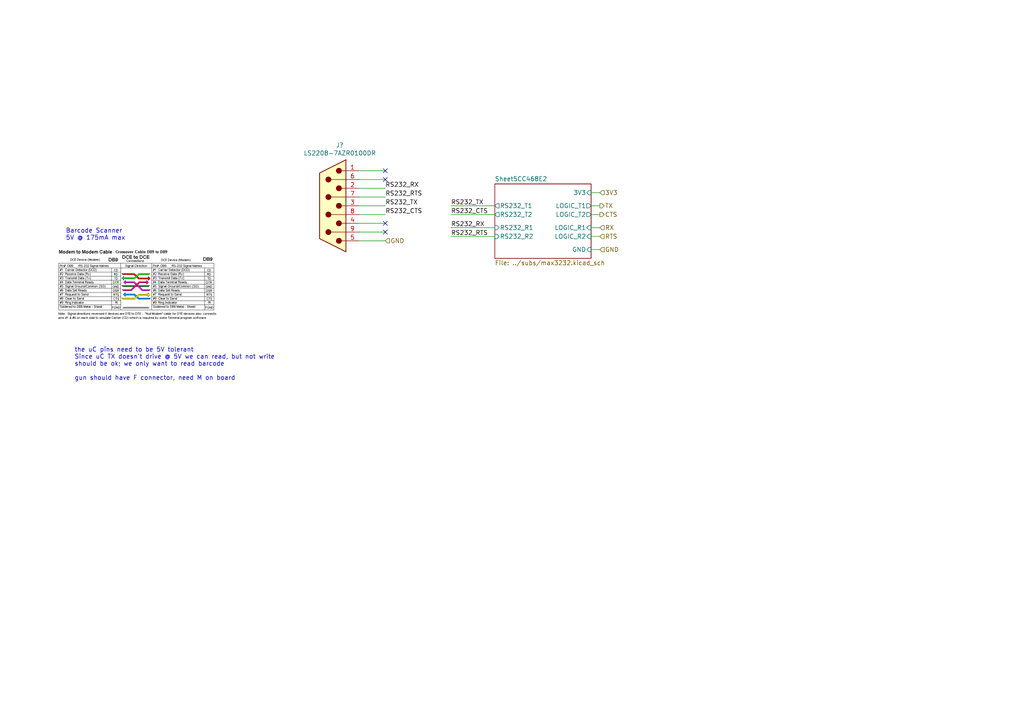
<source format=kicad_sch>
(kicad_sch (version 20211123) (generator eeschema)
  (paper "A4")
  (lib_symbols
    (symbol "Connector:DB9_Male" (pin_names (offset 1.016) hide)
      (property "Reference" "J" (at 0 13.97 0))
      (property "Value" "DB9_Male" (at 0 -14.605 0))
      (symbol "DB9_Male_0_1"
        (circle (center -1.778 -10.16) (radius 0.762) (fill (type outline)))
        (circle (center -1.778 -5.08) (radius 0.762) (fill (type outline)))
        (circle (center -1.778 0) (radius 0.762) (fill (type outline)))
        (circle (center -1.778 5.08) (radius 0.762) (fill (type outline)))
        (circle (center -1.778 10.16) (radius 0.762) (fill (type outline)))
        (polyline (pts (xy -3.81 -10.16) (xy -2.54 -10.16)))
        (polyline (pts (xy -3.81 -7.62) (xy 0.508 -7.62)))
        (polyline (pts (xy -3.81 -5.08) (xy -2.54 -5.08)))
        (polyline (pts (xy -3.81 -2.54) (xy 0.508 -2.54)))
        (polyline (pts (xy -3.81 0) (xy -2.54 0)))
        (polyline (pts (xy -3.81 2.54) (xy 0.508 2.54)))
        (polyline (pts (xy -3.81 5.08) (xy -2.54 5.08)))
        (polyline (pts (xy -3.81 7.62) (xy 0.508 7.62)))
        (polyline (pts (xy -3.81 10.16) (xy -2.54 10.16)))
        (polyline (pts (xy -3.81 -13.335) (xy -3.81 13.335) (xy 3.81 9.525) (xy 3.81 -9.525) (xy -3.81 -13.335)) (stroke (width 0.254)) (fill (type background)))
        (circle (center 1.27 -7.62) (radius 0.762) (fill (type outline)))
        (circle (center 1.27 -2.54) (radius 0.762) (fill (type outline)))
        (circle (center 1.27 2.54) (radius 0.762) (fill (type outline)))
        (circle (center 1.27 7.62) (radius 0.762) (fill (type outline)))
      )
      (symbol "DB9_Male_1_1"
        (pin passive line (at -7.62 -10.16 0) (length 3.81) (name "1") (number "1"))
        (pin passive line (at -7.62 -5.08 0) (length 3.81) (name "2") (number "2"))
        (pin passive line (at -7.62 0 0) (length 3.81) (name "3") (number "3"))
        (pin passive line (at -7.62 5.08 0) (length 3.81) (name "4") (number "4"))
        (pin passive line (at -7.62 10.16 0) (length 3.81) (name "5") (number "5"))
        (pin passive line (at -7.62 -7.62 0) (length 3.81) (name "6") (number "6"))
        (pin passive line (at -7.62 -2.54 0) (length 3.81) (name "7") (number "7"))
        (pin passive line (at -7.62 2.54 0) (length 3.81) (name "8") (number "8"))
        (pin passive line (at -7.62 7.62 0) (length 3.81) (name "9") (number "9"))
      )
    )
  )
  (no_connect (at 111.76 64.77))
  (no_connect (at 111.76 49.53))
  (no_connect (at 111.76 52.07))
  (no_connect (at 111.76 67.31))
  (wire (pts (xy 173.99 72.39) (xy 171.45 72.39)))
  (wire (pts (xy 111.76 59.69) (xy 104.14 59.69)))
  (wire (pts (xy 171.45 55.88) (xy 173.99 55.88)))
  (wire (pts (xy 104.14 57.15) (xy 111.76 57.15)))
  (wire (pts (xy 173.99 66.04) (xy 171.45 66.04)))
  (wire (pts (xy 130.81 62.23) (xy 143.51 62.23)))
  (wire (pts (xy 130.81 68.58) (xy 143.51 68.58)))
  (wire (pts (xy 171.45 68.58) (xy 173.99 68.58)))
  (wire (pts (xy 111.76 69.85) (xy 104.14 69.85)))
  (wire (pts (xy 104.14 67.31) (xy 111.76 67.31)))
  (wire (pts (xy 111.76 49.53) (xy 104.14 49.53)))
  (wire (pts (xy 173.99 59.69) (xy 171.45 59.69)))
  (wire (pts (xy 171.45 62.23) (xy 173.99 62.23)))
  (wire (pts (xy 143.51 59.69) (xy 130.81 59.69)))
  (wire (pts (xy 104.14 62.23) (xy 111.76 62.23)))
  (wire (pts (xy 111.76 64.77) (xy 104.14 64.77)))
  (wire (pts (xy 111.76 54.61) (xy 104.14 54.61)))
  (wire (pts (xy 104.14 52.07) (xy 111.76 52.07)))
  (wire (pts (xy 143.51 66.04) (xy 130.81 66.04)))
  (image (at 39.37 82.55))
  (text "Barcode Scanner\n5V @ 175mA max" (at 19.05 69.85 0) (effects (font (size 1.27 1.27)) (justify left bottom)))
  (text "the uC pins need to be 5V tolerant\nSince uC TX doesn't drive @ 5V we can read, but not write\nshould be ok; we only want to read barcode\n\ngun should have F connector, need M on board" (at 21.59 110.49 0) (effects (font (size 1.27 1.27)) (justify left bottom)))
  (label "RS232_RTS" (at 130.81 68.58 0))
  (label "RS232_RTS" (at 111.76 57.15 0))
  (label "RS232_RX" (at 130.81 66.04 0))
  (label "RS232_CTS" (at 130.81 62.23 0))
  (label "RS232_TX" (at 130.81 59.69 0))
  (label "RS232_RX" (at 111.76 54.61 0))
  (label "RS232_TX" (at 111.76 59.69 0))
  (label "RS232_CTS" (at 111.76 62.23 0))
  (hierarchical_label "GND" (shape input) (at 111.76 69.85 0))
  (hierarchical_label "GND" (shape input) (at 173.99 72.39 0))
  (hierarchical_label "RTS" (shape input) (at 173.99 68.58 0))
  (hierarchical_label "TX" (shape output) (at 173.99 59.69 0))
  (hierarchical_label "RX" (shape input) (at 173.99 66.04 0))
  (hierarchical_label "3V3" (shape input) (at 173.99 55.88 0))
  (hierarchical_label "CTS" (shape output) (at 173.99 62.23 0))
  (symbol (lib_id "Connector:DB9_Male") (at 96.52 59.69 180) (unit 1)
    (property "Reference" "J?" (at 98.552 42.1132 0))
    (property "Value" "LS2208-7AZR0100DR" (at 98.552 44.4246 0))
    (property "Footprint" "william_dsub:LD09P24A4GX00LF" (effects hide))
    (property "Datasheet" "https://cdn.barcodesinc.com/themes/barcodesinc/pdf/Symbol/ls2208.pdf" (effects hide))
  )
  (sheet (at 143.51 53.34) (size 27.94 21.59)
    (property "Sheet name" "Sheet5CC468E2" (at 143.51 52.6284 0) (effects (justify left bottom)))
    (property "Sheet file" "../subs/max3232.kicad_sch" (at 143.51 75.5146 0) (effects (justify left top)))
    (pin "GND" input (at 171.45 72.39 0))
    (pin "RS232_T1" output (at 143.51 59.69 180))
    (pin "RS232_T2" output (at 143.51 62.23 180))
    (pin "RS232_R1" input (at 143.51 66.04 180))
    (pin "RS232_R2" input (at 143.51 68.58 180))
    (pin "LOGIC_T1" output (at 171.45 59.69 0))
    (pin "LOGIC_T2" output (at 171.45 62.23 0))
    (pin "LOGIC_R1" input (at 171.45 66.04 0))
    (pin "LOGIC_R2" input (at 171.45 68.58 0))
    (pin "3V3" input (at 171.45 55.88 0))
  )
)
</source>
